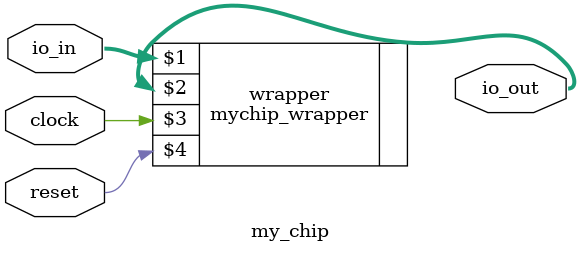
<source format=sv>
`default_nettype none

module my_chip (
    input logic [11:0] io_in, // Inputs to your chip
    output logic [11:0] io_out, // Outputs from your chip
    input logic clock,
    input logic reset // Important: Reset is ACTIVE-HIGH
);
    
    mychip_wrapper wrapper (io_in[11:0], io_out[11:0], clock, reset); 
    
endmodule

</source>
